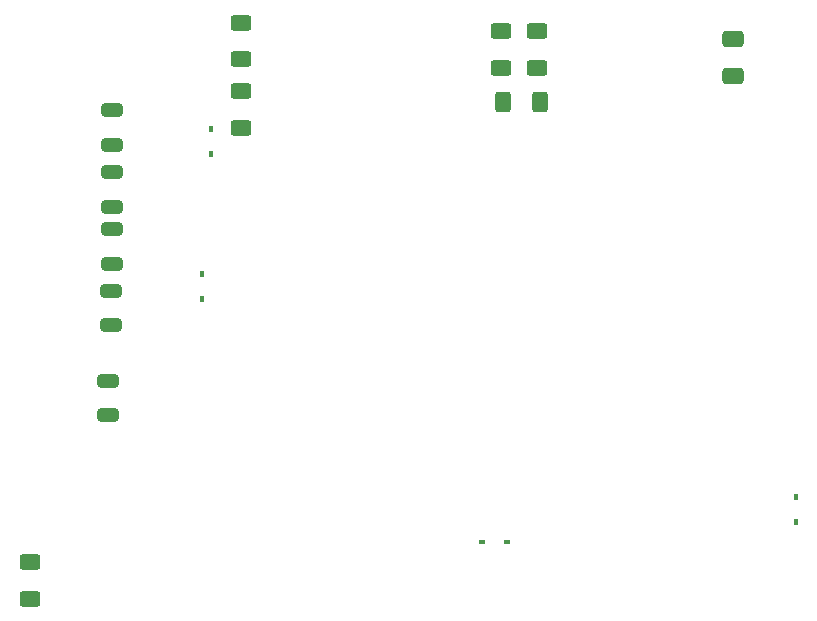
<source format=gbr>
%TF.GenerationSoftware,KiCad,Pcbnew,(6.0.7)*%
%TF.CreationDate,2023-03-15T17:40:26-04:00*%
%TF.ProjectId,NPN Tracer V1,4e504e20-5472-4616-9365-722056312e6b,rev?*%
%TF.SameCoordinates,Original*%
%TF.FileFunction,Paste,Top*%
%TF.FilePolarity,Positive*%
%FSLAX46Y46*%
G04 Gerber Fmt 4.6, Leading zero omitted, Abs format (unit mm)*
G04 Created by KiCad (PCBNEW (6.0.7)) date 2023-03-15 17:40:26*
%MOMM*%
%LPD*%
G01*
G04 APERTURE LIST*
G04 Aperture macros list*
%AMRoundRect*
0 Rectangle with rounded corners*
0 $1 Rounding radius*
0 $2 $3 $4 $5 $6 $7 $8 $9 X,Y pos of 4 corners*
0 Add a 4 corners polygon primitive as box body*
4,1,4,$2,$3,$4,$5,$6,$7,$8,$9,$2,$3,0*
0 Add four circle primitives for the rounded corners*
1,1,$1+$1,$2,$3*
1,1,$1+$1,$4,$5*
1,1,$1+$1,$6,$7*
1,1,$1+$1,$8,$9*
0 Add four rect primitives between the rounded corners*
20,1,$1+$1,$2,$3,$4,$5,0*
20,1,$1+$1,$4,$5,$6,$7,0*
20,1,$1+$1,$6,$7,$8,$9,0*
20,1,$1+$1,$8,$9,$2,$3,0*%
G04 Aperture macros list end*
%ADD10RoundRect,0.250000X0.650000X-0.325000X0.650000X0.325000X-0.650000X0.325000X-0.650000X-0.325000X0*%
%ADD11RoundRect,0.250000X-0.625000X0.400000X-0.625000X-0.400000X0.625000X-0.400000X0.625000X0.400000X0*%
%ADD12RoundRect,0.250000X-0.650000X0.325000X-0.650000X-0.325000X0.650000X-0.325000X0.650000X0.325000X0*%
%ADD13RoundRect,0.250000X-0.650000X0.412500X-0.650000X-0.412500X0.650000X-0.412500X0.650000X0.412500X0*%
%ADD14RoundRect,0.250000X-0.400000X-0.625000X0.400000X-0.625000X0.400000X0.625000X-0.400000X0.625000X0*%
%ADD15R,0.600000X0.450000*%
%ADD16R,0.450000X0.600000*%
%ADD17RoundRect,0.250000X0.625000X-0.400000X0.625000X0.400000X-0.625000X0.400000X-0.625000X-0.400000X0*%
G04 APERTURE END LIST*
D10*
%TO.C,C7*%
X98552000Y-75516000D03*
X98552000Y-72566000D03*
%TD*%
D11*
%TO.C,R11*%
X109410500Y-70967000D03*
X109410500Y-74067000D03*
%TD*%
D12*
%TO.C,C10*%
X98425000Y-87869500D03*
X98425000Y-90819500D03*
%TD*%
%TO.C,C6*%
X98171000Y-95489500D03*
X98171000Y-98439500D03*
%TD*%
D13*
%TO.C,C3*%
X151130000Y-66573000D03*
X151130000Y-69698000D03*
%TD*%
D14*
%TO.C,R2*%
X131648500Y-71896500D03*
X134748500Y-71896500D03*
%TD*%
D12*
%TO.C,C9*%
X98488500Y-82648000D03*
X98488500Y-85598000D03*
%TD*%
D15*
%TO.C,D5*%
X129887000Y-109156500D03*
X131987000Y-109156500D03*
%TD*%
D16*
%TO.C,D6*%
X106172000Y-86453000D03*
X106172000Y-88553000D03*
%TD*%
%TO.C,D3*%
X106870500Y-76297500D03*
X106870500Y-74197500D03*
%TD*%
D17*
%TO.C,R7*%
X134532000Y-69001500D03*
X134532000Y-65901500D03*
%TD*%
D12*
%TO.C,C8*%
X98552000Y-77836500D03*
X98552000Y-80786500D03*
%TD*%
D17*
%TO.C,R10*%
X109410500Y-68288500D03*
X109410500Y-65188500D03*
%TD*%
D16*
%TO.C,D4*%
X156400500Y-107476000D03*
X156400500Y-105376000D03*
%TD*%
D11*
%TO.C,R6*%
X131420500Y-65901500D03*
X131420500Y-69001500D03*
%TD*%
D17*
%TO.C,R9*%
X91567000Y-113945000D03*
X91567000Y-110845000D03*
%TD*%
M02*

</source>
